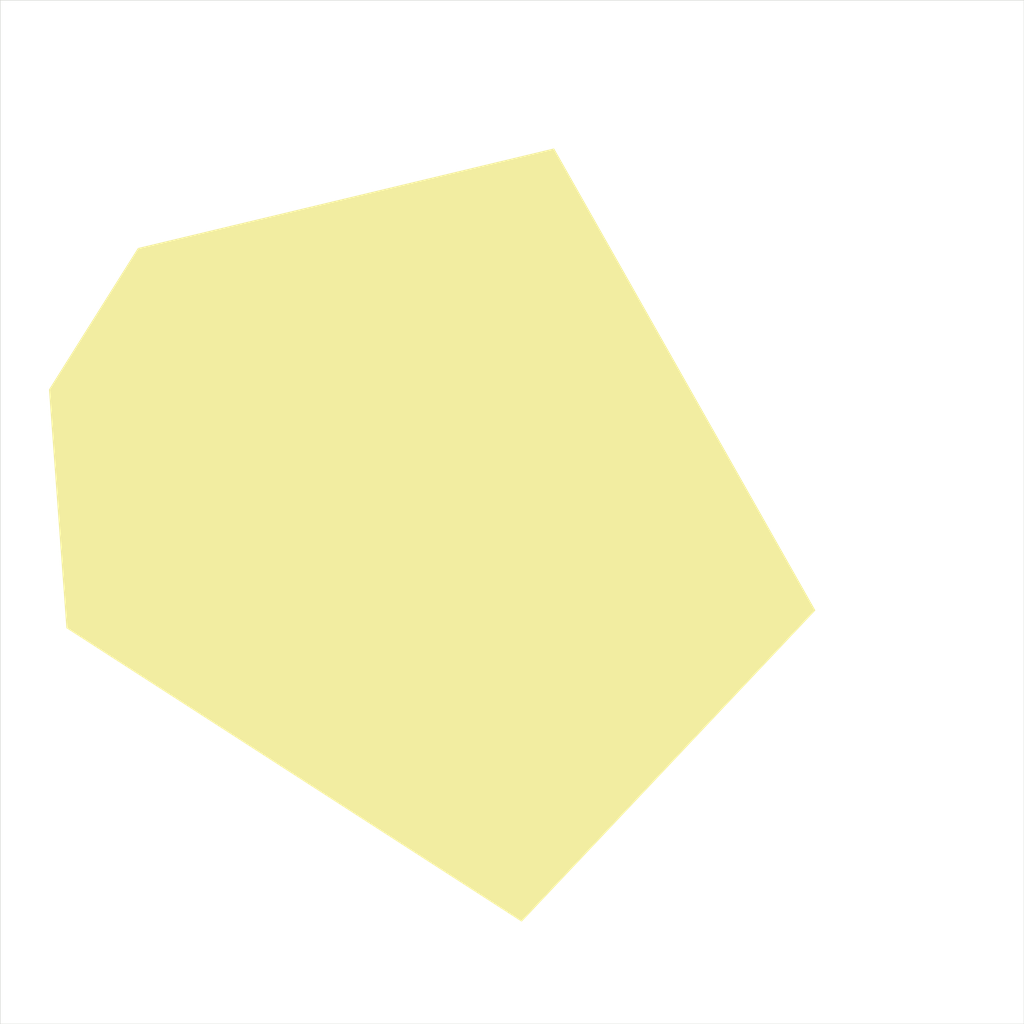
<source format=kicad_pcb>
(kicad_pcb
	(version 20241229)
	(generator "pcbnew")
	(generator_version "9.0")
	(general
		(thickness 1.6)
		(legacy_teardrops no)
	)
	(paper "A4")
	(layers
		(0 "F.Cu" signal)
		(2 "B.Cu" signal)
		(9 "F.Adhes" user "F.Adhesive")
		(11 "B.Adhes" user "B.Adhesive")
		(13 "F.Paste" user)
		(15 "B.Paste" user)
		(5 "F.SilkS" user "F.Silkscreen")
		(7 "B.SilkS" user "B.Silkscreen")
		(1 "F.Mask" user)
		(3 "B.Mask" user)
		(17 "Dwgs.User" user "User.Drawings")
		(19 "Cmts.User" user "User.Comments")
		(21 "Eco1.User" user "User.Eco1")
		(23 "Eco2.User" user "User.Eco2")
		(25 "Edge.Cuts" user)
		(27 "Margin" user)
		(31 "F.CrtYd" user "F.Courtyard")
		(29 "B.CrtYd" user "B.Courtyard")
		(35 "F.Fab" user)
		(33 "B.Fab" user)
		(39 "User.1" user)
		(41 "User.2" user)
		(43 "User.3" user)
		(45 "User.4" user)
	)
	(setup
		(pad_to_mask_clearance 0)
		(allow_soldermask_bridges_in_footprints no)
		(tenting front back)
		(pcbplotparams
			(layerselection 0x00000000_00000000_55555555_5755f5ff)
			(plot_on_all_layers_selection 0x00000000_00000000_00000000_00000000)
			(disableapertmacros no)
			(usegerberextensions no)
			(usegerberattributes yes)
			(usegerberadvancedattributes yes)
			(creategerberjobfile yes)
			(dashed_line_dash_ratio 12.000000)
			(dashed_line_gap_ratio 3.000000)
			(svgprecision 4)
			(plotframeref no)
			(mode 1)
			(useauxorigin no)
			(hpglpennumber 1)
			(hpglpenspeed 20)
			(hpglpendiameter 15.000000)
			(pdf_front_fp_property_popups yes)
			(pdf_back_fp_property_popups yes)
			(pdf_metadata yes)
			(pdf_single_document no)
			(dxfpolygonmode yes)
			(dxfimperialunits yes)
			(dxfusepcbnewfont yes)
			(psnegative no)
			(psa4output no)
			(plot_black_and_white yes)
			(plotinvisibletext no)
			(sketchpadsonfab no)
			(plotpadnumbers no)
			(hidednponfab no)
			(sketchdnponfab yes)
			(crossoutdnponfab yes)
			(subtractmaskfromsilk no)
			(outputformat 1)
			(mirror no)
			(drillshape 1)
			(scaleselection 1)
			(outputdirectory "")
		)
	)
	(net 0 "")
	(gr_poly
		(pts
			(xy 63.48 74.25) (xy 104.07 64.53) (xy 129.56 109.59) (xy 100.92 139.94) (xy 56.51 111.3) (xy 54.81 88.04)
		)
		(stroke
			(width 0.1)
			(type solid)
		)
		(fill yes)
		(layer "F.SilkS")
		(uuid "b16c8725-cd68-412c-bcf0-8fd33c7b788f")
	)
	(gr_rect
		(start 50 50)
		(end 150 150)
		(stroke
			(width 0.05)
			(type solid)
		)
		(fill no)
		(layer "Edge.Cuts")
		(uuid "a2038340-83af-4064-824c-f4571468d80e")
	)
	(embedded_fonts no)
)

</source>
